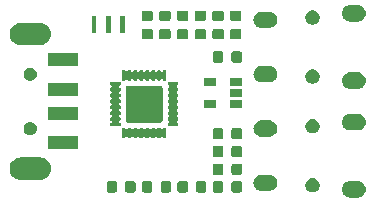
<source format=gts>
G04 #@! TF.GenerationSoftware,KiCad,Pcbnew,5.0.1-33cea8e~67~ubuntu18.04.1*
G04 #@! TF.CreationDate,2018-10-19T08:25:09+02:00*
G04 #@! TF.ProjectId,audio_interface,617564696F5F696E746572666163652E,rev?*
G04 #@! TF.SameCoordinates,Original*
G04 #@! TF.FileFunction,Soldermask,Top*
G04 #@! TF.FilePolarity,Negative*
%FSLAX46Y46*%
G04 Gerber Fmt 4.6, Leading zero omitted, Abs format (unit mm)*
G04 Created by KiCad (PCBNEW 5.0.1-33cea8e~67~ubuntu18.04.1) date Fr 19 Okt 2018 08:25:09 CEST*
%MOMM*%
%LPD*%
G01*
G04 APERTURE LIST*
%ADD10C,0.100000*%
G04 APERTURE END LIST*
D10*
G36*
X180937224Y-125010128D02*
X181069175Y-125050155D01*
X181190781Y-125115155D01*
X181297370Y-125202630D01*
X181384845Y-125309219D01*
X181449845Y-125430825D01*
X181489872Y-125562776D01*
X181503387Y-125700000D01*
X181489872Y-125837224D01*
X181449845Y-125969175D01*
X181384845Y-126090781D01*
X181297370Y-126197370D01*
X181190781Y-126284845D01*
X181069175Y-126349845D01*
X180937224Y-126389872D01*
X180834390Y-126400000D01*
X180165610Y-126400000D01*
X180062776Y-126389872D01*
X179930825Y-126349845D01*
X179809219Y-126284845D01*
X179702630Y-126197370D01*
X179615155Y-126090781D01*
X179550155Y-125969175D01*
X179510128Y-125837224D01*
X179496613Y-125700000D01*
X179510128Y-125562776D01*
X179550155Y-125430825D01*
X179615155Y-125309219D01*
X179702630Y-125202630D01*
X179809219Y-125115155D01*
X179930825Y-125050155D01*
X180062776Y-125010128D01*
X180165610Y-125000000D01*
X180834390Y-125000000D01*
X180937224Y-125010128D01*
X180937224Y-125010128D01*
G37*
G36*
X170887116Y-125028595D02*
X170916313Y-125037452D01*
X170943218Y-125051833D01*
X170966808Y-125071192D01*
X170986167Y-125094782D01*
X171000548Y-125121687D01*
X171009405Y-125150884D01*
X171013000Y-125187390D01*
X171013000Y-125812610D01*
X171009405Y-125849116D01*
X171000548Y-125878313D01*
X170986167Y-125905218D01*
X170966808Y-125928808D01*
X170943218Y-125948167D01*
X170916313Y-125962548D01*
X170887116Y-125971405D01*
X170850610Y-125975000D01*
X170300390Y-125975000D01*
X170263884Y-125971405D01*
X170234687Y-125962548D01*
X170207782Y-125948167D01*
X170184192Y-125928808D01*
X170164833Y-125905218D01*
X170150452Y-125878313D01*
X170141595Y-125849116D01*
X170138000Y-125812610D01*
X170138000Y-125187390D01*
X170141595Y-125150884D01*
X170150452Y-125121687D01*
X170164833Y-125094782D01*
X170184192Y-125071192D01*
X170207782Y-125051833D01*
X170234687Y-125037452D01*
X170263884Y-125028595D01*
X170300390Y-125025000D01*
X170850610Y-125025000D01*
X170887116Y-125028595D01*
X170887116Y-125028595D01*
G37*
G36*
X161887116Y-125028595D02*
X161916313Y-125037452D01*
X161943218Y-125051833D01*
X161966808Y-125071192D01*
X161986167Y-125094782D01*
X162000548Y-125121687D01*
X162009405Y-125150884D01*
X162013000Y-125187390D01*
X162013000Y-125812610D01*
X162009405Y-125849116D01*
X162000548Y-125878313D01*
X161986167Y-125905218D01*
X161966808Y-125928808D01*
X161943218Y-125948167D01*
X161916313Y-125962548D01*
X161887116Y-125971405D01*
X161850610Y-125975000D01*
X161300390Y-125975000D01*
X161263884Y-125971405D01*
X161234687Y-125962548D01*
X161207782Y-125948167D01*
X161184192Y-125928808D01*
X161164833Y-125905218D01*
X161150452Y-125878313D01*
X161141595Y-125849116D01*
X161138000Y-125812610D01*
X161138000Y-125187390D01*
X161141595Y-125150884D01*
X161150452Y-125121687D01*
X161164833Y-125094782D01*
X161184192Y-125071192D01*
X161207782Y-125051833D01*
X161234687Y-125037452D01*
X161263884Y-125028595D01*
X161300390Y-125025000D01*
X161850610Y-125025000D01*
X161887116Y-125028595D01*
X161887116Y-125028595D01*
G37*
G36*
X160312116Y-125028595D02*
X160341313Y-125037452D01*
X160368218Y-125051833D01*
X160391808Y-125071192D01*
X160411167Y-125094782D01*
X160425548Y-125121687D01*
X160434405Y-125150884D01*
X160438000Y-125187390D01*
X160438000Y-125812610D01*
X160434405Y-125849116D01*
X160425548Y-125878313D01*
X160411167Y-125905218D01*
X160391808Y-125928808D01*
X160368218Y-125948167D01*
X160341313Y-125962548D01*
X160312116Y-125971405D01*
X160275610Y-125975000D01*
X159725390Y-125975000D01*
X159688884Y-125971405D01*
X159659687Y-125962548D01*
X159632782Y-125948167D01*
X159609192Y-125928808D01*
X159589833Y-125905218D01*
X159575452Y-125878313D01*
X159566595Y-125849116D01*
X159563000Y-125812610D01*
X159563000Y-125187390D01*
X159566595Y-125150884D01*
X159575452Y-125121687D01*
X159589833Y-125094782D01*
X159609192Y-125071192D01*
X159632782Y-125051833D01*
X159659687Y-125037452D01*
X159688884Y-125028595D01*
X159725390Y-125025000D01*
X160275610Y-125025000D01*
X160312116Y-125028595D01*
X160312116Y-125028595D01*
G37*
G36*
X163312116Y-125028595D02*
X163341313Y-125037452D01*
X163368218Y-125051833D01*
X163391808Y-125071192D01*
X163411167Y-125094782D01*
X163425548Y-125121687D01*
X163434405Y-125150884D01*
X163438000Y-125187390D01*
X163438000Y-125812610D01*
X163434405Y-125849116D01*
X163425548Y-125878313D01*
X163411167Y-125905218D01*
X163391808Y-125928808D01*
X163368218Y-125948167D01*
X163341313Y-125962548D01*
X163312116Y-125971405D01*
X163275610Y-125975000D01*
X162725390Y-125975000D01*
X162688884Y-125971405D01*
X162659687Y-125962548D01*
X162632782Y-125948167D01*
X162609192Y-125928808D01*
X162589833Y-125905218D01*
X162575452Y-125878313D01*
X162566595Y-125849116D01*
X162563000Y-125812610D01*
X162563000Y-125187390D01*
X162566595Y-125150884D01*
X162575452Y-125121687D01*
X162589833Y-125094782D01*
X162609192Y-125071192D01*
X162632782Y-125051833D01*
X162659687Y-125037452D01*
X162688884Y-125028595D01*
X162725390Y-125025000D01*
X163275610Y-125025000D01*
X163312116Y-125028595D01*
X163312116Y-125028595D01*
G37*
G36*
X167887116Y-125028595D02*
X167916313Y-125037452D01*
X167943218Y-125051833D01*
X167966808Y-125071192D01*
X167986167Y-125094782D01*
X168000548Y-125121687D01*
X168009405Y-125150884D01*
X168013000Y-125187390D01*
X168013000Y-125812610D01*
X168009405Y-125849116D01*
X168000548Y-125878313D01*
X167986167Y-125905218D01*
X167966808Y-125928808D01*
X167943218Y-125948167D01*
X167916313Y-125962548D01*
X167887116Y-125971405D01*
X167850610Y-125975000D01*
X167300390Y-125975000D01*
X167263884Y-125971405D01*
X167234687Y-125962548D01*
X167207782Y-125948167D01*
X167184192Y-125928808D01*
X167164833Y-125905218D01*
X167150452Y-125878313D01*
X167141595Y-125849116D01*
X167138000Y-125812610D01*
X167138000Y-125187390D01*
X167141595Y-125150884D01*
X167150452Y-125121687D01*
X167164833Y-125094782D01*
X167184192Y-125071192D01*
X167207782Y-125051833D01*
X167234687Y-125037452D01*
X167263884Y-125028595D01*
X167300390Y-125025000D01*
X167850610Y-125025000D01*
X167887116Y-125028595D01*
X167887116Y-125028595D01*
G37*
G36*
X166312116Y-125028595D02*
X166341313Y-125037452D01*
X166368218Y-125051833D01*
X166391808Y-125071192D01*
X166411167Y-125094782D01*
X166425548Y-125121687D01*
X166434405Y-125150884D01*
X166438000Y-125187390D01*
X166438000Y-125812610D01*
X166434405Y-125849116D01*
X166425548Y-125878313D01*
X166411167Y-125905218D01*
X166391808Y-125928808D01*
X166368218Y-125948167D01*
X166341313Y-125962548D01*
X166312116Y-125971405D01*
X166275610Y-125975000D01*
X165725390Y-125975000D01*
X165688884Y-125971405D01*
X165659687Y-125962548D01*
X165632782Y-125948167D01*
X165609192Y-125928808D01*
X165589833Y-125905218D01*
X165575452Y-125878313D01*
X165566595Y-125849116D01*
X165563000Y-125812610D01*
X165563000Y-125187390D01*
X165566595Y-125150884D01*
X165575452Y-125121687D01*
X165589833Y-125094782D01*
X165609192Y-125071192D01*
X165632782Y-125051833D01*
X165659687Y-125037452D01*
X165688884Y-125028595D01*
X165725390Y-125025000D01*
X166275610Y-125025000D01*
X166312116Y-125028595D01*
X166312116Y-125028595D01*
G37*
G36*
X169312116Y-125028595D02*
X169341313Y-125037452D01*
X169368218Y-125051833D01*
X169391808Y-125071192D01*
X169411167Y-125094782D01*
X169425548Y-125121687D01*
X169434405Y-125150884D01*
X169438000Y-125187390D01*
X169438000Y-125812610D01*
X169434405Y-125849116D01*
X169425548Y-125878313D01*
X169411167Y-125905218D01*
X169391808Y-125928808D01*
X169368218Y-125948167D01*
X169341313Y-125962548D01*
X169312116Y-125971405D01*
X169275610Y-125975000D01*
X168725390Y-125975000D01*
X168688884Y-125971405D01*
X168659687Y-125962548D01*
X168632782Y-125948167D01*
X168609192Y-125928808D01*
X168589833Y-125905218D01*
X168575452Y-125878313D01*
X168566595Y-125849116D01*
X168563000Y-125812610D01*
X168563000Y-125187390D01*
X168566595Y-125150884D01*
X168575452Y-125121687D01*
X168589833Y-125094782D01*
X168609192Y-125071192D01*
X168632782Y-125051833D01*
X168659687Y-125037452D01*
X168688884Y-125028595D01*
X168725390Y-125025000D01*
X169275610Y-125025000D01*
X169312116Y-125028595D01*
X169312116Y-125028595D01*
G37*
G36*
X164887116Y-125028595D02*
X164916313Y-125037452D01*
X164943218Y-125051833D01*
X164966808Y-125071192D01*
X164986167Y-125094782D01*
X165000548Y-125121687D01*
X165009405Y-125150884D01*
X165013000Y-125187390D01*
X165013000Y-125812610D01*
X165009405Y-125849116D01*
X165000548Y-125878313D01*
X164986167Y-125905218D01*
X164966808Y-125928808D01*
X164943218Y-125948167D01*
X164916313Y-125962548D01*
X164887116Y-125971405D01*
X164850610Y-125975000D01*
X164300390Y-125975000D01*
X164263884Y-125971405D01*
X164234687Y-125962548D01*
X164207782Y-125948167D01*
X164184192Y-125928808D01*
X164164833Y-125905218D01*
X164150452Y-125878313D01*
X164141595Y-125849116D01*
X164138000Y-125812610D01*
X164138000Y-125187390D01*
X164141595Y-125150884D01*
X164150452Y-125121687D01*
X164164833Y-125094782D01*
X164184192Y-125071192D01*
X164207782Y-125051833D01*
X164234687Y-125037452D01*
X164263884Y-125028595D01*
X164300390Y-125025000D01*
X164850610Y-125025000D01*
X164887116Y-125028595D01*
X164887116Y-125028595D01*
G37*
G36*
X177175012Y-124773057D02*
X177284207Y-124818287D01*
X177382481Y-124883952D01*
X177466048Y-124967519D01*
X177531713Y-125065793D01*
X177576943Y-125174988D01*
X177600000Y-125290904D01*
X177600000Y-125409096D01*
X177576943Y-125525012D01*
X177531713Y-125634207D01*
X177466048Y-125732481D01*
X177382481Y-125816048D01*
X177284207Y-125881713D01*
X177175012Y-125926943D01*
X177059096Y-125950000D01*
X176940904Y-125950000D01*
X176824988Y-125926943D01*
X176715793Y-125881713D01*
X176617519Y-125816048D01*
X176533952Y-125732481D01*
X176468287Y-125634207D01*
X176423057Y-125525012D01*
X176400000Y-125409096D01*
X176400000Y-125290904D01*
X176423057Y-125174988D01*
X176468287Y-125065793D01*
X176533952Y-124967519D01*
X176617519Y-124883952D01*
X176715793Y-124818287D01*
X176824988Y-124773057D01*
X176940904Y-124750000D01*
X177059096Y-124750000D01*
X177175012Y-124773057D01*
X177175012Y-124773057D01*
G37*
G36*
X173437224Y-124460128D02*
X173569175Y-124500155D01*
X173690781Y-124565155D01*
X173797370Y-124652630D01*
X173884845Y-124759219D01*
X173949845Y-124880825D01*
X173989872Y-125012776D01*
X174003387Y-125150000D01*
X173989872Y-125287224D01*
X173949845Y-125419175D01*
X173884845Y-125540781D01*
X173797370Y-125647370D01*
X173690781Y-125734845D01*
X173569175Y-125799845D01*
X173437224Y-125839872D01*
X173334390Y-125850000D01*
X172665610Y-125850000D01*
X172562776Y-125839872D01*
X172430825Y-125799845D01*
X172309219Y-125734845D01*
X172202630Y-125647370D01*
X172115155Y-125540781D01*
X172050155Y-125419175D01*
X172010128Y-125287224D01*
X171996613Y-125150000D01*
X172010128Y-125012776D01*
X172050155Y-124880825D01*
X172115155Y-124759219D01*
X172202630Y-124652630D01*
X172309219Y-124565155D01*
X172430825Y-124500155D01*
X172562776Y-124460128D01*
X172665610Y-124450000D01*
X173334390Y-124450000D01*
X173437224Y-124460128D01*
X173437224Y-124460128D01*
G37*
G36*
X154086232Y-123013746D02*
X154175770Y-123040907D01*
X154265309Y-123068068D01*
X154430347Y-123156283D01*
X154575001Y-123274999D01*
X154693717Y-123419653D01*
X154781932Y-123584691D01*
X154781932Y-123584692D01*
X154830182Y-123743750D01*
X154836254Y-123763769D01*
X154854596Y-123950000D01*
X154836254Y-124136231D01*
X154781932Y-124315309D01*
X154693717Y-124480347D01*
X154575001Y-124625001D01*
X154430347Y-124743717D01*
X154265309Y-124831932D01*
X154175770Y-124859093D01*
X154086232Y-124886254D01*
X154016448Y-124893127D01*
X153946666Y-124900000D01*
X152253334Y-124900000D01*
X152183552Y-124893127D01*
X152113768Y-124886254D01*
X152024230Y-124859093D01*
X151934691Y-124831932D01*
X151769653Y-124743717D01*
X151624999Y-124625001D01*
X151506283Y-124480347D01*
X151418068Y-124315309D01*
X151363746Y-124136231D01*
X151345404Y-123950000D01*
X151363746Y-123763769D01*
X151369819Y-123743750D01*
X151418068Y-123584692D01*
X151418068Y-123584691D01*
X151506283Y-123419653D01*
X151624999Y-123274999D01*
X151769653Y-123156283D01*
X151934691Y-123068068D01*
X152024230Y-123040907D01*
X152113768Y-123013746D01*
X152253334Y-123000000D01*
X153946666Y-123000000D01*
X154086232Y-123013746D01*
X154086232Y-123013746D01*
G37*
G36*
X170887116Y-123528595D02*
X170916313Y-123537452D01*
X170943218Y-123551833D01*
X170966808Y-123571192D01*
X170986167Y-123594782D01*
X171000548Y-123621687D01*
X171009405Y-123650884D01*
X171013000Y-123687390D01*
X171013000Y-124312610D01*
X171009405Y-124349116D01*
X171000548Y-124378313D01*
X170986167Y-124405218D01*
X170966808Y-124428808D01*
X170943218Y-124448167D01*
X170916313Y-124462548D01*
X170887116Y-124471405D01*
X170850610Y-124475000D01*
X170300390Y-124475000D01*
X170263884Y-124471405D01*
X170234687Y-124462548D01*
X170207782Y-124448167D01*
X170184192Y-124428808D01*
X170164833Y-124405218D01*
X170150452Y-124378313D01*
X170141595Y-124349116D01*
X170138000Y-124312610D01*
X170138000Y-123687390D01*
X170141595Y-123650884D01*
X170150452Y-123621687D01*
X170164833Y-123594782D01*
X170184192Y-123571192D01*
X170207782Y-123551833D01*
X170234687Y-123537452D01*
X170263884Y-123528595D01*
X170300390Y-123525000D01*
X170850610Y-123525000D01*
X170887116Y-123528595D01*
X170887116Y-123528595D01*
G37*
G36*
X169312116Y-123528595D02*
X169341313Y-123537452D01*
X169368218Y-123551833D01*
X169391808Y-123571192D01*
X169411167Y-123594782D01*
X169425548Y-123621687D01*
X169434405Y-123650884D01*
X169438000Y-123687390D01*
X169438000Y-124312610D01*
X169434405Y-124349116D01*
X169425548Y-124378313D01*
X169411167Y-124405218D01*
X169391808Y-124428808D01*
X169368218Y-124448167D01*
X169341313Y-124462548D01*
X169312116Y-124471405D01*
X169275610Y-124475000D01*
X168725390Y-124475000D01*
X168688884Y-124471405D01*
X168659687Y-124462548D01*
X168632782Y-124448167D01*
X168609192Y-124428808D01*
X168589833Y-124405218D01*
X168575452Y-124378313D01*
X168566595Y-124349116D01*
X168563000Y-124312610D01*
X168563000Y-123687390D01*
X168566595Y-123650884D01*
X168575452Y-123621687D01*
X168589833Y-123594782D01*
X168609192Y-123571192D01*
X168632782Y-123551833D01*
X168659687Y-123537452D01*
X168688884Y-123528595D01*
X168725390Y-123525000D01*
X169275610Y-123525000D01*
X169312116Y-123528595D01*
X169312116Y-123528595D01*
G37*
G36*
X169312116Y-122028595D02*
X169341313Y-122037452D01*
X169368218Y-122051833D01*
X169391808Y-122071192D01*
X169411167Y-122094782D01*
X169425548Y-122121687D01*
X169434405Y-122150884D01*
X169438000Y-122187390D01*
X169438000Y-122812610D01*
X169434405Y-122849116D01*
X169425548Y-122878313D01*
X169411167Y-122905218D01*
X169391808Y-122928808D01*
X169368218Y-122948167D01*
X169341313Y-122962548D01*
X169312116Y-122971405D01*
X169275610Y-122975000D01*
X168725390Y-122975000D01*
X168688884Y-122971405D01*
X168659687Y-122962548D01*
X168632782Y-122948167D01*
X168609192Y-122928808D01*
X168589833Y-122905218D01*
X168575452Y-122878313D01*
X168566595Y-122849116D01*
X168563000Y-122812610D01*
X168563000Y-122187390D01*
X168566595Y-122150884D01*
X168575452Y-122121687D01*
X168589833Y-122094782D01*
X168609192Y-122071192D01*
X168632782Y-122051833D01*
X168659687Y-122037452D01*
X168688884Y-122028595D01*
X168725390Y-122025000D01*
X169275610Y-122025000D01*
X169312116Y-122028595D01*
X169312116Y-122028595D01*
G37*
G36*
X170887116Y-122028595D02*
X170916313Y-122037452D01*
X170943218Y-122051833D01*
X170966808Y-122071192D01*
X170986167Y-122094782D01*
X171000548Y-122121687D01*
X171009405Y-122150884D01*
X171013000Y-122187390D01*
X171013000Y-122812610D01*
X171009405Y-122849116D01*
X171000548Y-122878313D01*
X170986167Y-122905218D01*
X170966808Y-122928808D01*
X170943218Y-122948167D01*
X170916313Y-122962548D01*
X170887116Y-122971405D01*
X170850610Y-122975000D01*
X170300390Y-122975000D01*
X170263884Y-122971405D01*
X170234687Y-122962548D01*
X170207782Y-122948167D01*
X170184192Y-122928808D01*
X170164833Y-122905218D01*
X170150452Y-122878313D01*
X170141595Y-122849116D01*
X170138000Y-122812610D01*
X170138000Y-122187390D01*
X170141595Y-122150884D01*
X170150452Y-122121687D01*
X170164833Y-122094782D01*
X170184192Y-122071192D01*
X170207782Y-122051833D01*
X170234687Y-122037452D01*
X170263884Y-122028595D01*
X170300390Y-122025000D01*
X170850610Y-122025000D01*
X170887116Y-122028595D01*
X170887116Y-122028595D01*
G37*
G36*
X157100000Y-122300000D02*
X154600000Y-122300000D01*
X154600000Y-121200000D01*
X157100000Y-121200000D01*
X157100000Y-122300000D01*
X157100000Y-122300000D01*
G37*
G36*
X169312116Y-120528595D02*
X169341313Y-120537452D01*
X169368218Y-120551833D01*
X169391808Y-120571192D01*
X169411167Y-120594782D01*
X169425548Y-120621687D01*
X169434405Y-120650884D01*
X169438000Y-120687390D01*
X169438000Y-121312610D01*
X169434405Y-121349116D01*
X169425548Y-121378313D01*
X169411167Y-121405218D01*
X169391808Y-121428808D01*
X169368218Y-121448167D01*
X169341313Y-121462548D01*
X169312116Y-121471405D01*
X169275610Y-121475000D01*
X168725390Y-121475000D01*
X168688884Y-121471405D01*
X168659687Y-121462548D01*
X168632782Y-121448167D01*
X168609192Y-121428808D01*
X168589833Y-121405218D01*
X168575452Y-121378313D01*
X168566595Y-121349116D01*
X168563000Y-121312610D01*
X168563000Y-120687390D01*
X168566595Y-120650884D01*
X168575452Y-120621687D01*
X168589833Y-120594782D01*
X168609192Y-120571192D01*
X168632782Y-120551833D01*
X168659687Y-120537452D01*
X168688884Y-120528595D01*
X168725390Y-120525000D01*
X169275610Y-120525000D01*
X169312116Y-120528595D01*
X169312116Y-120528595D01*
G37*
G36*
X170887116Y-120528595D02*
X170916313Y-120537452D01*
X170943218Y-120551833D01*
X170966808Y-120571192D01*
X170986167Y-120594782D01*
X171000548Y-120621687D01*
X171009405Y-120650884D01*
X171013000Y-120687390D01*
X171013000Y-121312610D01*
X171009405Y-121349116D01*
X171000548Y-121378313D01*
X170986167Y-121405218D01*
X170966808Y-121428808D01*
X170943218Y-121448167D01*
X170916313Y-121462548D01*
X170887116Y-121471405D01*
X170850610Y-121475000D01*
X170300390Y-121475000D01*
X170263884Y-121471405D01*
X170234687Y-121462548D01*
X170207782Y-121448167D01*
X170184192Y-121428808D01*
X170164833Y-121405218D01*
X170150452Y-121378313D01*
X170141595Y-121349116D01*
X170138000Y-121312610D01*
X170138000Y-120687390D01*
X170141595Y-120650884D01*
X170150452Y-120621687D01*
X170164833Y-120594782D01*
X170184192Y-120571192D01*
X170207782Y-120551833D01*
X170234687Y-120537452D01*
X170263884Y-120528595D01*
X170300390Y-120525000D01*
X170850610Y-120525000D01*
X170887116Y-120528595D01*
X170887116Y-120528595D01*
G37*
G36*
X161124449Y-120500551D02*
X161125602Y-120512253D01*
X161130383Y-120536287D01*
X161139760Y-120558925D01*
X161153374Y-120579300D01*
X161170702Y-120596627D01*
X161191076Y-120610241D01*
X161213715Y-120619618D01*
X161237749Y-120624398D01*
X161262253Y-120624398D01*
X161286287Y-120619617D01*
X161308925Y-120610240D01*
X161329300Y-120596626D01*
X161346627Y-120579298D01*
X161360241Y-120558924D01*
X161369618Y-120536285D01*
X161374398Y-120512253D01*
X161375551Y-120500551D01*
X161381141Y-120500000D01*
X161618859Y-120500000D01*
X161624449Y-120500551D01*
X161625602Y-120512253D01*
X161630383Y-120536287D01*
X161639760Y-120558925D01*
X161653374Y-120579300D01*
X161670702Y-120596627D01*
X161691076Y-120610241D01*
X161713715Y-120619618D01*
X161737749Y-120624398D01*
X161762253Y-120624398D01*
X161786287Y-120619617D01*
X161808925Y-120610240D01*
X161829300Y-120596626D01*
X161846627Y-120579298D01*
X161860241Y-120558924D01*
X161869618Y-120536285D01*
X161874398Y-120512253D01*
X161875551Y-120500551D01*
X161881141Y-120500000D01*
X162118859Y-120500000D01*
X162124449Y-120500551D01*
X162125602Y-120512253D01*
X162130383Y-120536287D01*
X162139760Y-120558925D01*
X162153374Y-120579300D01*
X162170702Y-120596627D01*
X162191076Y-120610241D01*
X162213715Y-120619618D01*
X162237749Y-120624398D01*
X162262253Y-120624398D01*
X162286287Y-120619617D01*
X162308925Y-120610240D01*
X162329300Y-120596626D01*
X162346627Y-120579298D01*
X162360241Y-120558924D01*
X162369618Y-120536285D01*
X162374398Y-120512253D01*
X162375551Y-120500551D01*
X162381141Y-120500000D01*
X162618859Y-120500000D01*
X162624449Y-120500551D01*
X162625602Y-120512253D01*
X162630383Y-120536287D01*
X162639760Y-120558925D01*
X162653374Y-120579300D01*
X162670702Y-120596627D01*
X162691076Y-120610241D01*
X162713715Y-120619618D01*
X162737749Y-120624398D01*
X162762253Y-120624398D01*
X162786287Y-120619617D01*
X162808925Y-120610240D01*
X162829300Y-120596626D01*
X162846627Y-120579298D01*
X162860241Y-120558924D01*
X162869618Y-120536285D01*
X162874398Y-120512253D01*
X162875551Y-120500551D01*
X162881141Y-120500000D01*
X163118859Y-120500000D01*
X163124449Y-120500551D01*
X163125602Y-120512253D01*
X163130383Y-120536287D01*
X163139760Y-120558925D01*
X163153374Y-120579300D01*
X163170702Y-120596627D01*
X163191076Y-120610241D01*
X163213715Y-120619618D01*
X163237749Y-120624398D01*
X163262253Y-120624398D01*
X163286287Y-120619617D01*
X163308925Y-120610240D01*
X163329300Y-120596626D01*
X163346627Y-120579298D01*
X163360241Y-120558924D01*
X163369618Y-120536285D01*
X163374398Y-120512253D01*
X163375551Y-120500551D01*
X163381141Y-120500000D01*
X163618859Y-120500000D01*
X163624449Y-120500551D01*
X163625602Y-120512253D01*
X163630383Y-120536287D01*
X163639760Y-120558925D01*
X163653374Y-120579300D01*
X163670702Y-120596627D01*
X163691076Y-120610241D01*
X163713715Y-120619618D01*
X163737749Y-120624398D01*
X163762253Y-120624398D01*
X163786287Y-120619617D01*
X163808925Y-120610240D01*
X163829300Y-120596626D01*
X163846627Y-120579298D01*
X163860241Y-120558924D01*
X163869618Y-120536285D01*
X163874398Y-120512253D01*
X163875551Y-120500551D01*
X163881141Y-120500000D01*
X164118859Y-120500000D01*
X164124449Y-120500551D01*
X164125602Y-120512253D01*
X164130383Y-120536287D01*
X164139760Y-120558925D01*
X164153374Y-120579300D01*
X164170702Y-120596627D01*
X164191076Y-120610241D01*
X164213715Y-120619618D01*
X164237749Y-120624398D01*
X164262253Y-120624398D01*
X164286287Y-120619617D01*
X164308925Y-120610240D01*
X164329300Y-120596626D01*
X164346627Y-120579298D01*
X164360241Y-120558924D01*
X164369618Y-120536285D01*
X164374398Y-120512253D01*
X164375551Y-120500551D01*
X164381141Y-120500000D01*
X164625000Y-120500000D01*
X164625000Y-121368859D01*
X164624449Y-121374449D01*
X164618859Y-121375000D01*
X164381141Y-121375000D01*
X164375551Y-121374449D01*
X164374398Y-121362747D01*
X164369617Y-121338713D01*
X164360240Y-121316075D01*
X164346626Y-121295700D01*
X164329298Y-121278373D01*
X164308924Y-121264759D01*
X164286285Y-121255382D01*
X164262251Y-121250602D01*
X164237747Y-121250602D01*
X164213713Y-121255383D01*
X164191075Y-121264760D01*
X164170700Y-121278374D01*
X164153373Y-121295702D01*
X164139759Y-121316076D01*
X164130382Y-121338715D01*
X164125602Y-121362747D01*
X164124449Y-121374449D01*
X164118859Y-121375000D01*
X163881141Y-121375000D01*
X163875551Y-121374449D01*
X163874398Y-121362747D01*
X163869617Y-121338713D01*
X163860240Y-121316075D01*
X163846626Y-121295700D01*
X163829298Y-121278373D01*
X163808924Y-121264759D01*
X163786285Y-121255382D01*
X163762251Y-121250602D01*
X163737747Y-121250602D01*
X163713713Y-121255383D01*
X163691075Y-121264760D01*
X163670700Y-121278374D01*
X163653373Y-121295702D01*
X163639759Y-121316076D01*
X163630382Y-121338715D01*
X163625602Y-121362747D01*
X163624449Y-121374449D01*
X163618859Y-121375000D01*
X163381141Y-121375000D01*
X163375551Y-121374449D01*
X163374398Y-121362747D01*
X163369617Y-121338713D01*
X163360240Y-121316075D01*
X163346626Y-121295700D01*
X163329298Y-121278373D01*
X163308924Y-121264759D01*
X163286285Y-121255382D01*
X163262251Y-121250602D01*
X163237747Y-121250602D01*
X163213713Y-121255383D01*
X163191075Y-121264760D01*
X163170700Y-121278374D01*
X163153373Y-121295702D01*
X163139759Y-121316076D01*
X163130382Y-121338715D01*
X163125602Y-121362747D01*
X163124449Y-121374449D01*
X163118859Y-121375000D01*
X162881141Y-121375000D01*
X162875551Y-121374449D01*
X162874398Y-121362747D01*
X162869617Y-121338713D01*
X162860240Y-121316075D01*
X162846626Y-121295700D01*
X162829298Y-121278373D01*
X162808924Y-121264759D01*
X162786285Y-121255382D01*
X162762251Y-121250602D01*
X162737747Y-121250602D01*
X162713713Y-121255383D01*
X162691075Y-121264760D01*
X162670700Y-121278374D01*
X162653373Y-121295702D01*
X162639759Y-121316076D01*
X162630382Y-121338715D01*
X162625602Y-121362747D01*
X162624449Y-121374449D01*
X162618859Y-121375000D01*
X162381141Y-121375000D01*
X162375551Y-121374449D01*
X162374398Y-121362747D01*
X162369617Y-121338713D01*
X162360240Y-121316075D01*
X162346626Y-121295700D01*
X162329298Y-121278373D01*
X162308924Y-121264759D01*
X162286285Y-121255382D01*
X162262251Y-121250602D01*
X162237747Y-121250602D01*
X162213713Y-121255383D01*
X162191075Y-121264760D01*
X162170700Y-121278374D01*
X162153373Y-121295702D01*
X162139759Y-121316076D01*
X162130382Y-121338715D01*
X162125602Y-121362747D01*
X162124449Y-121374449D01*
X162118859Y-121375000D01*
X161881141Y-121375000D01*
X161875551Y-121374449D01*
X161874398Y-121362747D01*
X161869617Y-121338713D01*
X161860240Y-121316075D01*
X161846626Y-121295700D01*
X161829298Y-121278373D01*
X161808924Y-121264759D01*
X161786285Y-121255382D01*
X161762251Y-121250602D01*
X161737747Y-121250602D01*
X161713713Y-121255383D01*
X161691075Y-121264760D01*
X161670700Y-121278374D01*
X161653373Y-121295702D01*
X161639759Y-121316076D01*
X161630382Y-121338715D01*
X161625602Y-121362747D01*
X161624449Y-121374449D01*
X161618859Y-121375000D01*
X161381141Y-121375000D01*
X161375551Y-121374449D01*
X161374398Y-121362747D01*
X161369617Y-121338713D01*
X161360240Y-121316075D01*
X161346626Y-121295700D01*
X161329298Y-121278373D01*
X161308924Y-121264759D01*
X161286285Y-121255382D01*
X161262251Y-121250602D01*
X161237747Y-121250602D01*
X161213713Y-121255383D01*
X161191075Y-121264760D01*
X161170700Y-121278374D01*
X161153373Y-121295702D01*
X161139759Y-121316076D01*
X161130382Y-121338715D01*
X161125602Y-121362747D01*
X161124449Y-121374449D01*
X161118859Y-121375000D01*
X160881141Y-121375000D01*
X160875551Y-121374449D01*
X160875000Y-121368859D01*
X160875000Y-120500000D01*
X161118859Y-120500000D01*
X161124449Y-120500551D01*
X161124449Y-120500551D01*
G37*
G36*
X173437224Y-119860128D02*
X173569175Y-119900155D01*
X173690781Y-119965155D01*
X173797370Y-120052630D01*
X173884845Y-120159219D01*
X173949845Y-120280825D01*
X173989872Y-120412776D01*
X174003387Y-120550000D01*
X173989872Y-120687224D01*
X173949845Y-120819175D01*
X173884845Y-120940781D01*
X173797370Y-121047370D01*
X173690781Y-121134845D01*
X173569175Y-121199845D01*
X173437224Y-121239872D01*
X173334390Y-121250000D01*
X172665610Y-121250000D01*
X172562776Y-121239872D01*
X172430825Y-121199845D01*
X172309219Y-121134845D01*
X172202630Y-121047370D01*
X172115155Y-120940781D01*
X172050155Y-120819175D01*
X172010128Y-120687224D01*
X171996613Y-120550000D01*
X172010128Y-120412776D01*
X172050155Y-120280825D01*
X172115155Y-120159219D01*
X172202630Y-120052630D01*
X172309219Y-119965155D01*
X172430825Y-119900155D01*
X172562776Y-119860128D01*
X172665610Y-119850000D01*
X173334390Y-119850000D01*
X173437224Y-119860128D01*
X173437224Y-119860128D01*
G37*
G36*
X153187889Y-120006707D02*
X153260429Y-120021136D01*
X153336463Y-120052631D01*
X153360523Y-120062597D01*
X153450607Y-120122789D01*
X153527211Y-120199393D01*
X153527213Y-120199396D01*
X153587403Y-120289477D01*
X153628864Y-120389571D01*
X153633480Y-120412778D01*
X153650000Y-120495829D01*
X153650000Y-120604171D01*
X153644025Y-120634207D01*
X153628864Y-120710429D01*
X153587403Y-120810523D01*
X153527211Y-120900607D01*
X153450607Y-120977211D01*
X153450604Y-120977213D01*
X153360523Y-121037403D01*
X153260429Y-121078864D01*
X153189590Y-121092955D01*
X153154171Y-121100000D01*
X153045829Y-121100000D01*
X153010410Y-121092955D01*
X152939571Y-121078864D01*
X152839477Y-121037403D01*
X152749396Y-120977213D01*
X152749393Y-120977211D01*
X152672789Y-120900607D01*
X152612597Y-120810523D01*
X152571136Y-120710429D01*
X152555975Y-120634207D01*
X152550000Y-120604171D01*
X152550000Y-120495829D01*
X152566520Y-120412778D01*
X152571136Y-120389571D01*
X152612597Y-120289477D01*
X152672787Y-120199396D01*
X152672789Y-120199393D01*
X152749393Y-120122789D01*
X152839477Y-120062597D01*
X152863537Y-120052631D01*
X152939571Y-120021136D01*
X153012111Y-120006707D01*
X153045829Y-120000000D01*
X153154171Y-120000000D01*
X153187889Y-120006707D01*
X153187889Y-120006707D01*
G37*
G36*
X177175012Y-119773057D02*
X177284207Y-119818287D01*
X177382481Y-119883952D01*
X177466048Y-119967519D01*
X177531713Y-120065793D01*
X177576943Y-120174988D01*
X177600000Y-120290904D01*
X177600000Y-120409096D01*
X177576943Y-120525012D01*
X177531713Y-120634207D01*
X177466048Y-120732481D01*
X177382481Y-120816048D01*
X177284207Y-120881713D01*
X177175012Y-120926943D01*
X177059096Y-120950000D01*
X176940904Y-120950000D01*
X176824988Y-120926943D01*
X176715793Y-120881713D01*
X176617519Y-120816048D01*
X176533952Y-120732481D01*
X176468287Y-120634207D01*
X176423057Y-120525012D01*
X176400000Y-120409096D01*
X176400000Y-120290904D01*
X176423057Y-120174988D01*
X176468287Y-120065793D01*
X176533952Y-119967519D01*
X176617519Y-119883952D01*
X176715793Y-119818287D01*
X176824988Y-119773057D01*
X176940904Y-119750000D01*
X177059096Y-119750000D01*
X177175012Y-119773057D01*
X177175012Y-119773057D01*
G37*
G36*
X180937224Y-119310128D02*
X181069175Y-119350155D01*
X181190781Y-119415155D01*
X181297370Y-119502630D01*
X181384845Y-119609219D01*
X181449845Y-119730825D01*
X181489872Y-119862776D01*
X181503387Y-120000000D01*
X181489872Y-120137224D01*
X181449845Y-120269175D01*
X181384845Y-120390781D01*
X181297370Y-120497370D01*
X181190781Y-120584845D01*
X181069175Y-120649845D01*
X180937224Y-120689872D01*
X180834390Y-120700000D01*
X180165610Y-120700000D01*
X180062776Y-120689872D01*
X179930825Y-120649845D01*
X179809219Y-120584845D01*
X179702630Y-120497370D01*
X179615155Y-120390781D01*
X179550155Y-120269175D01*
X179510128Y-120137224D01*
X179496613Y-120000000D01*
X179510128Y-119862776D01*
X179550155Y-119730825D01*
X179615155Y-119609219D01*
X179702630Y-119502630D01*
X179809219Y-119415155D01*
X179930825Y-119350155D01*
X180062776Y-119310128D01*
X180165610Y-119300000D01*
X180834390Y-119300000D01*
X180937224Y-119310128D01*
X180937224Y-119310128D01*
G37*
G36*
X165624449Y-116625551D02*
X165625000Y-116631141D01*
X165625000Y-116868859D01*
X165624449Y-116874449D01*
X165612747Y-116875602D01*
X165588713Y-116880383D01*
X165566075Y-116889760D01*
X165545700Y-116903374D01*
X165528373Y-116920702D01*
X165514759Y-116941076D01*
X165505382Y-116963715D01*
X165500602Y-116987749D01*
X165500602Y-117012253D01*
X165505383Y-117036287D01*
X165514760Y-117058925D01*
X165528374Y-117079300D01*
X165545702Y-117096627D01*
X165566076Y-117110241D01*
X165588715Y-117119618D01*
X165612747Y-117124398D01*
X165624449Y-117125551D01*
X165625000Y-117131141D01*
X165625000Y-117368859D01*
X165624449Y-117374449D01*
X165612747Y-117375602D01*
X165588713Y-117380383D01*
X165566075Y-117389760D01*
X165545700Y-117403374D01*
X165528373Y-117420702D01*
X165514759Y-117441076D01*
X165505382Y-117463715D01*
X165500602Y-117487749D01*
X165500602Y-117512253D01*
X165505383Y-117536287D01*
X165514760Y-117558925D01*
X165528374Y-117579300D01*
X165545702Y-117596627D01*
X165566076Y-117610241D01*
X165588715Y-117619618D01*
X165612747Y-117624398D01*
X165624449Y-117625551D01*
X165625000Y-117631141D01*
X165625000Y-117868859D01*
X165624449Y-117874449D01*
X165612747Y-117875602D01*
X165588713Y-117880383D01*
X165566075Y-117889760D01*
X165545700Y-117903374D01*
X165528373Y-117920702D01*
X165514759Y-117941076D01*
X165505382Y-117963715D01*
X165500602Y-117987749D01*
X165500602Y-118012253D01*
X165505383Y-118036287D01*
X165514760Y-118058925D01*
X165528374Y-118079300D01*
X165545702Y-118096627D01*
X165566076Y-118110241D01*
X165588715Y-118119618D01*
X165612747Y-118124398D01*
X165624449Y-118125551D01*
X165625000Y-118131141D01*
X165625000Y-118368859D01*
X165624449Y-118374449D01*
X165612747Y-118375602D01*
X165588713Y-118380383D01*
X165566075Y-118389760D01*
X165545700Y-118403374D01*
X165528373Y-118420702D01*
X165514759Y-118441076D01*
X165505382Y-118463715D01*
X165500602Y-118487749D01*
X165500602Y-118512253D01*
X165505383Y-118536287D01*
X165514760Y-118558925D01*
X165528374Y-118579300D01*
X165545702Y-118596627D01*
X165566076Y-118610241D01*
X165588715Y-118619618D01*
X165612747Y-118624398D01*
X165624449Y-118625551D01*
X165625000Y-118631141D01*
X165625000Y-118868859D01*
X165624449Y-118874449D01*
X165612747Y-118875602D01*
X165588713Y-118880383D01*
X165566075Y-118889760D01*
X165545700Y-118903374D01*
X165528373Y-118920702D01*
X165514759Y-118941076D01*
X165505382Y-118963715D01*
X165500602Y-118987749D01*
X165500602Y-119012253D01*
X165505383Y-119036287D01*
X165514760Y-119058925D01*
X165528374Y-119079300D01*
X165545702Y-119096627D01*
X165566076Y-119110241D01*
X165588715Y-119119618D01*
X165612747Y-119124398D01*
X165624449Y-119125551D01*
X165625000Y-119131141D01*
X165625000Y-119368859D01*
X165624449Y-119374449D01*
X165612747Y-119375602D01*
X165588713Y-119380383D01*
X165566075Y-119389760D01*
X165545700Y-119403374D01*
X165528373Y-119420702D01*
X165514759Y-119441076D01*
X165505382Y-119463715D01*
X165500602Y-119487749D01*
X165500602Y-119512253D01*
X165505383Y-119536287D01*
X165514760Y-119558925D01*
X165528374Y-119579300D01*
X165545702Y-119596627D01*
X165566076Y-119610241D01*
X165588715Y-119619618D01*
X165612747Y-119624398D01*
X165624449Y-119625551D01*
X165625000Y-119631141D01*
X165625000Y-119868859D01*
X165624449Y-119874449D01*
X165612747Y-119875602D01*
X165588713Y-119880383D01*
X165566075Y-119889760D01*
X165545700Y-119903374D01*
X165528373Y-119920702D01*
X165514759Y-119941076D01*
X165505382Y-119963715D01*
X165500602Y-119987749D01*
X165500602Y-120012253D01*
X165505383Y-120036287D01*
X165514760Y-120058925D01*
X165528374Y-120079300D01*
X165545702Y-120096627D01*
X165566076Y-120110241D01*
X165588715Y-120119618D01*
X165612747Y-120124398D01*
X165624449Y-120125551D01*
X165625000Y-120131141D01*
X165625000Y-120368859D01*
X165624449Y-120374449D01*
X165618859Y-120375000D01*
X164750000Y-120375000D01*
X164750000Y-120131141D01*
X164750551Y-120125551D01*
X164762253Y-120124398D01*
X164786287Y-120119617D01*
X164808925Y-120110240D01*
X164829300Y-120096626D01*
X164846627Y-120079298D01*
X164860241Y-120058924D01*
X164869618Y-120036285D01*
X164874398Y-120012251D01*
X164874398Y-119987747D01*
X164869617Y-119963713D01*
X164860240Y-119941075D01*
X164846626Y-119920700D01*
X164829298Y-119903373D01*
X164808924Y-119889759D01*
X164786285Y-119880382D01*
X164762253Y-119875602D01*
X164750551Y-119874449D01*
X164750000Y-119868859D01*
X164750000Y-119631141D01*
X164750551Y-119625551D01*
X164762253Y-119624398D01*
X164786287Y-119619617D01*
X164808925Y-119610240D01*
X164829300Y-119596626D01*
X164846627Y-119579298D01*
X164860241Y-119558924D01*
X164869618Y-119536285D01*
X164874398Y-119512251D01*
X164874398Y-119487747D01*
X164869617Y-119463713D01*
X164860240Y-119441075D01*
X164846626Y-119420700D01*
X164829298Y-119403373D01*
X164808924Y-119389759D01*
X164786285Y-119380382D01*
X164762253Y-119375602D01*
X164750551Y-119374449D01*
X164750000Y-119368859D01*
X164750000Y-119131141D01*
X164750551Y-119125551D01*
X164762253Y-119124398D01*
X164786287Y-119119617D01*
X164808925Y-119110240D01*
X164829300Y-119096626D01*
X164846627Y-119079298D01*
X164860241Y-119058924D01*
X164869618Y-119036285D01*
X164874398Y-119012251D01*
X164874398Y-118987747D01*
X164869617Y-118963713D01*
X164860240Y-118941075D01*
X164846626Y-118920700D01*
X164829298Y-118903373D01*
X164808924Y-118889759D01*
X164786285Y-118880382D01*
X164762253Y-118875602D01*
X164750551Y-118874449D01*
X164750000Y-118868859D01*
X164750000Y-118631141D01*
X164750551Y-118625551D01*
X164762253Y-118624398D01*
X164786287Y-118619617D01*
X164808925Y-118610240D01*
X164829300Y-118596626D01*
X164846627Y-118579298D01*
X164860241Y-118558924D01*
X164869618Y-118536285D01*
X164874398Y-118512251D01*
X164874398Y-118487747D01*
X164869617Y-118463713D01*
X164860240Y-118441075D01*
X164846626Y-118420700D01*
X164829298Y-118403373D01*
X164808924Y-118389759D01*
X164786285Y-118380382D01*
X164762253Y-118375602D01*
X164750551Y-118374449D01*
X164750000Y-118368859D01*
X164750000Y-118131141D01*
X164750551Y-118125551D01*
X164762253Y-118124398D01*
X164786287Y-118119617D01*
X164808925Y-118110240D01*
X164829300Y-118096626D01*
X164846627Y-118079298D01*
X164860241Y-118058924D01*
X164869618Y-118036285D01*
X164874398Y-118012251D01*
X164874398Y-117987747D01*
X164869617Y-117963713D01*
X164860240Y-117941075D01*
X164846626Y-117920700D01*
X164829298Y-117903373D01*
X164808924Y-117889759D01*
X164786285Y-117880382D01*
X164762253Y-117875602D01*
X164750551Y-117874449D01*
X164750000Y-117868859D01*
X164750000Y-117631141D01*
X164750551Y-117625551D01*
X164762253Y-117624398D01*
X164786287Y-117619617D01*
X164808925Y-117610240D01*
X164829300Y-117596626D01*
X164846627Y-117579298D01*
X164860241Y-117558924D01*
X164869618Y-117536285D01*
X164874398Y-117512251D01*
X164874398Y-117487747D01*
X164869617Y-117463713D01*
X164860240Y-117441075D01*
X164846626Y-117420700D01*
X164829298Y-117403373D01*
X164808924Y-117389759D01*
X164786285Y-117380382D01*
X164762253Y-117375602D01*
X164750551Y-117374449D01*
X164750000Y-117368859D01*
X164750000Y-117131141D01*
X164750551Y-117125551D01*
X164762253Y-117124398D01*
X164786287Y-117119617D01*
X164808925Y-117110240D01*
X164829300Y-117096626D01*
X164846627Y-117079298D01*
X164860241Y-117058924D01*
X164869618Y-117036285D01*
X164874398Y-117012251D01*
X164874398Y-116987747D01*
X164869617Y-116963713D01*
X164860240Y-116941075D01*
X164846626Y-116920700D01*
X164829298Y-116903373D01*
X164808924Y-116889759D01*
X164786285Y-116880382D01*
X164762253Y-116875602D01*
X164750551Y-116874449D01*
X164750000Y-116868859D01*
X164750000Y-116625000D01*
X165618859Y-116625000D01*
X165624449Y-116625551D01*
X165624449Y-116625551D01*
G37*
G36*
X160750000Y-116868859D02*
X160749449Y-116874449D01*
X160737747Y-116875602D01*
X160713713Y-116880383D01*
X160691075Y-116889760D01*
X160670700Y-116903374D01*
X160653373Y-116920702D01*
X160639759Y-116941076D01*
X160630382Y-116963715D01*
X160625602Y-116987749D01*
X160625602Y-117012253D01*
X160630383Y-117036287D01*
X160639760Y-117058925D01*
X160653374Y-117079300D01*
X160670702Y-117096627D01*
X160691076Y-117110241D01*
X160713715Y-117119618D01*
X160737747Y-117124398D01*
X160749449Y-117125551D01*
X160750000Y-117131141D01*
X160750000Y-117368859D01*
X160749449Y-117374449D01*
X160737747Y-117375602D01*
X160713713Y-117380383D01*
X160691075Y-117389760D01*
X160670700Y-117403374D01*
X160653373Y-117420702D01*
X160639759Y-117441076D01*
X160630382Y-117463715D01*
X160625602Y-117487749D01*
X160625602Y-117512253D01*
X160630383Y-117536287D01*
X160639760Y-117558925D01*
X160653374Y-117579300D01*
X160670702Y-117596627D01*
X160691076Y-117610241D01*
X160713715Y-117619618D01*
X160737747Y-117624398D01*
X160749449Y-117625551D01*
X160750000Y-117631141D01*
X160750000Y-117868859D01*
X160749449Y-117874449D01*
X160737747Y-117875602D01*
X160713713Y-117880383D01*
X160691075Y-117889760D01*
X160670700Y-117903374D01*
X160653373Y-117920702D01*
X160639759Y-117941076D01*
X160630382Y-117963715D01*
X160625602Y-117987749D01*
X160625602Y-118012253D01*
X160630383Y-118036287D01*
X160639760Y-118058925D01*
X160653374Y-118079300D01*
X160670702Y-118096627D01*
X160691076Y-118110241D01*
X160713715Y-118119618D01*
X160737747Y-118124398D01*
X160749449Y-118125551D01*
X160750000Y-118131141D01*
X160750000Y-118368859D01*
X160749449Y-118374449D01*
X160737747Y-118375602D01*
X160713713Y-118380383D01*
X160691075Y-118389760D01*
X160670700Y-118403374D01*
X160653373Y-118420702D01*
X160639759Y-118441076D01*
X160630382Y-118463715D01*
X160625602Y-118487749D01*
X160625602Y-118512253D01*
X160630383Y-118536287D01*
X160639760Y-118558925D01*
X160653374Y-118579300D01*
X160670702Y-118596627D01*
X160691076Y-118610241D01*
X160713715Y-118619618D01*
X160737747Y-118624398D01*
X160749449Y-118625551D01*
X160750000Y-118631141D01*
X160750000Y-118868859D01*
X160749449Y-118874449D01*
X160737747Y-118875602D01*
X160713713Y-118880383D01*
X160691075Y-118889760D01*
X160670700Y-118903374D01*
X160653373Y-118920702D01*
X160639759Y-118941076D01*
X160630382Y-118963715D01*
X160625602Y-118987749D01*
X160625602Y-119012253D01*
X160630383Y-119036287D01*
X160639760Y-119058925D01*
X160653374Y-119079300D01*
X160670702Y-119096627D01*
X160691076Y-119110241D01*
X160713715Y-119119618D01*
X160737747Y-119124398D01*
X160749449Y-119125551D01*
X160750000Y-119131141D01*
X160750000Y-119368859D01*
X160749449Y-119374449D01*
X160737747Y-119375602D01*
X160713713Y-119380383D01*
X160691075Y-119389760D01*
X160670700Y-119403374D01*
X160653373Y-119420702D01*
X160639759Y-119441076D01*
X160630382Y-119463715D01*
X160625602Y-119487749D01*
X160625602Y-119512253D01*
X160630383Y-119536287D01*
X160639760Y-119558925D01*
X160653374Y-119579300D01*
X160670702Y-119596627D01*
X160691076Y-119610241D01*
X160713715Y-119619618D01*
X160737747Y-119624398D01*
X160749449Y-119625551D01*
X160750000Y-119631141D01*
X160750000Y-119868859D01*
X160749449Y-119874449D01*
X160737747Y-119875602D01*
X160713713Y-119880383D01*
X160691075Y-119889760D01*
X160670700Y-119903374D01*
X160653373Y-119920702D01*
X160639759Y-119941076D01*
X160630382Y-119963715D01*
X160625602Y-119987749D01*
X160625602Y-120012253D01*
X160630383Y-120036287D01*
X160639760Y-120058925D01*
X160653374Y-120079300D01*
X160670702Y-120096627D01*
X160691076Y-120110241D01*
X160713715Y-120119618D01*
X160737747Y-120124398D01*
X160749449Y-120125551D01*
X160750000Y-120131141D01*
X160750000Y-120375000D01*
X159881141Y-120375000D01*
X159875551Y-120374449D01*
X159875000Y-120368859D01*
X159875000Y-120131141D01*
X159875551Y-120125551D01*
X159887253Y-120124398D01*
X159911287Y-120119617D01*
X159933925Y-120110240D01*
X159954300Y-120096626D01*
X159971627Y-120079298D01*
X159985241Y-120058924D01*
X159994618Y-120036285D01*
X159999398Y-120012251D01*
X159999398Y-119987747D01*
X159994617Y-119963713D01*
X159985240Y-119941075D01*
X159971626Y-119920700D01*
X159954298Y-119903373D01*
X159933924Y-119889759D01*
X159911285Y-119880382D01*
X159887253Y-119875602D01*
X159875551Y-119874449D01*
X159875000Y-119868859D01*
X159875000Y-119631141D01*
X159875551Y-119625551D01*
X159887253Y-119624398D01*
X159911287Y-119619617D01*
X159933925Y-119610240D01*
X159954300Y-119596626D01*
X159971627Y-119579298D01*
X159985241Y-119558924D01*
X159994618Y-119536285D01*
X159999398Y-119512251D01*
X159999398Y-119487747D01*
X159994617Y-119463713D01*
X159985240Y-119441075D01*
X159971626Y-119420700D01*
X159954298Y-119403373D01*
X159933924Y-119389759D01*
X159911285Y-119380382D01*
X159887253Y-119375602D01*
X159875551Y-119374449D01*
X159875000Y-119368859D01*
X159875000Y-119131141D01*
X159875551Y-119125551D01*
X159887253Y-119124398D01*
X159911287Y-119119617D01*
X159933925Y-119110240D01*
X159954300Y-119096626D01*
X159971627Y-119079298D01*
X159985241Y-119058924D01*
X159994618Y-119036285D01*
X159999398Y-119012251D01*
X159999398Y-118987747D01*
X159994617Y-118963713D01*
X159985240Y-118941075D01*
X159971626Y-118920700D01*
X159954298Y-118903373D01*
X159933924Y-118889759D01*
X159911285Y-118880382D01*
X159887253Y-118875602D01*
X159875551Y-118874449D01*
X159875000Y-118868859D01*
X159875000Y-118631141D01*
X159875551Y-118625551D01*
X159887253Y-118624398D01*
X159911287Y-118619617D01*
X159933925Y-118610240D01*
X159954300Y-118596626D01*
X159971627Y-118579298D01*
X159985241Y-118558924D01*
X159994618Y-118536285D01*
X159999398Y-118512251D01*
X159999398Y-118487747D01*
X159994617Y-118463713D01*
X159985240Y-118441075D01*
X159971626Y-118420700D01*
X159954298Y-118403373D01*
X159933924Y-118389759D01*
X159911285Y-118380382D01*
X159887253Y-118375602D01*
X159875551Y-118374449D01*
X159875000Y-118368859D01*
X159875000Y-118131141D01*
X159875551Y-118125551D01*
X159887253Y-118124398D01*
X159911287Y-118119617D01*
X159933925Y-118110240D01*
X159954300Y-118096626D01*
X159971627Y-118079298D01*
X159985241Y-118058924D01*
X159994618Y-118036285D01*
X159999398Y-118012251D01*
X159999398Y-117987747D01*
X159994617Y-117963713D01*
X159985240Y-117941075D01*
X159971626Y-117920700D01*
X159954298Y-117903373D01*
X159933924Y-117889759D01*
X159911285Y-117880382D01*
X159887253Y-117875602D01*
X159875551Y-117874449D01*
X159875000Y-117868859D01*
X159875000Y-117631141D01*
X159875551Y-117625551D01*
X159887253Y-117624398D01*
X159911287Y-117619617D01*
X159933925Y-117610240D01*
X159954300Y-117596626D01*
X159971627Y-117579298D01*
X159985241Y-117558924D01*
X159994618Y-117536285D01*
X159999398Y-117512251D01*
X159999398Y-117487747D01*
X159994617Y-117463713D01*
X159985240Y-117441075D01*
X159971626Y-117420700D01*
X159954298Y-117403373D01*
X159933924Y-117389759D01*
X159911285Y-117380382D01*
X159887253Y-117375602D01*
X159875551Y-117374449D01*
X159875000Y-117368859D01*
X159875000Y-117131141D01*
X159875551Y-117125551D01*
X159887253Y-117124398D01*
X159911287Y-117119617D01*
X159933925Y-117110240D01*
X159954300Y-117096626D01*
X159971627Y-117079298D01*
X159985241Y-117058924D01*
X159994618Y-117036285D01*
X159999398Y-117012251D01*
X159999398Y-116987747D01*
X159994617Y-116963713D01*
X159985240Y-116941075D01*
X159971626Y-116920700D01*
X159954298Y-116903373D01*
X159933924Y-116889759D01*
X159911285Y-116880382D01*
X159887253Y-116875602D01*
X159875551Y-116874449D01*
X159875000Y-116868859D01*
X159875000Y-116631141D01*
X159875551Y-116625551D01*
X159881141Y-116625000D01*
X160750000Y-116625000D01*
X160750000Y-116868859D01*
X160750000Y-116868859D01*
G37*
G36*
X164182082Y-116953405D02*
X164209425Y-116961699D01*
X164234620Y-116975167D01*
X164256707Y-116993293D01*
X164274833Y-117015380D01*
X164288301Y-117040575D01*
X164296595Y-117067918D01*
X164300000Y-117102490D01*
X164300000Y-119897510D01*
X164296595Y-119932082D01*
X164288301Y-119959425D01*
X164274833Y-119984620D01*
X164256707Y-120006707D01*
X164234620Y-120024833D01*
X164209425Y-120038301D01*
X164182082Y-120046595D01*
X164147510Y-120050000D01*
X161352490Y-120050000D01*
X161317918Y-120046595D01*
X161290575Y-120038301D01*
X161265380Y-120024833D01*
X161243293Y-120006707D01*
X161225167Y-119984620D01*
X161211699Y-119959425D01*
X161203405Y-119932082D01*
X161200000Y-119897510D01*
X161200000Y-117102490D01*
X161203405Y-117067918D01*
X161211699Y-117040575D01*
X161225167Y-117015380D01*
X161243293Y-116993293D01*
X161265380Y-116975167D01*
X161290575Y-116961699D01*
X161317918Y-116953405D01*
X161352490Y-116950000D01*
X164147510Y-116950000D01*
X164182082Y-116953405D01*
X164182082Y-116953405D01*
G37*
G36*
X157100000Y-119800000D02*
X154600000Y-119800000D01*
X154600000Y-118700000D01*
X157100000Y-118700000D01*
X157100000Y-119800000D01*
X157100000Y-119800000D01*
G37*
G36*
X168830000Y-118825000D02*
X167770000Y-118825000D01*
X167770000Y-118175000D01*
X168830000Y-118175000D01*
X168830000Y-118825000D01*
X168830000Y-118825000D01*
G37*
G36*
X171030000Y-118825000D02*
X169970000Y-118825000D01*
X169970000Y-118175000D01*
X171030000Y-118175000D01*
X171030000Y-118825000D01*
X171030000Y-118825000D01*
G37*
G36*
X171030000Y-117875000D02*
X169970000Y-117875000D01*
X169970000Y-117225000D01*
X171030000Y-117225000D01*
X171030000Y-117875000D01*
X171030000Y-117875000D01*
G37*
G36*
X157100000Y-117800000D02*
X154600000Y-117800000D01*
X154600000Y-116700000D01*
X157100000Y-116700000D01*
X157100000Y-117800000D01*
X157100000Y-117800000D01*
G37*
G36*
X180937224Y-115810128D02*
X181069175Y-115850155D01*
X181190781Y-115915155D01*
X181297370Y-116002630D01*
X181384845Y-116109219D01*
X181449845Y-116230825D01*
X181489872Y-116362776D01*
X181503387Y-116500000D01*
X181489872Y-116637224D01*
X181449845Y-116769175D01*
X181384845Y-116890781D01*
X181297370Y-116997370D01*
X181190781Y-117084845D01*
X181069175Y-117149845D01*
X180937224Y-117189872D01*
X180834390Y-117200000D01*
X180165610Y-117200000D01*
X180062776Y-117189872D01*
X179930825Y-117149845D01*
X179809219Y-117084845D01*
X179702630Y-116997370D01*
X179615155Y-116890781D01*
X179550155Y-116769175D01*
X179510128Y-116637224D01*
X179496613Y-116500000D01*
X179510128Y-116362776D01*
X179550155Y-116230825D01*
X179615155Y-116109219D01*
X179702630Y-116002630D01*
X179809219Y-115915155D01*
X179930825Y-115850155D01*
X180062776Y-115810128D01*
X180165610Y-115800000D01*
X180834390Y-115800000D01*
X180937224Y-115810128D01*
X180937224Y-115810128D01*
G37*
G36*
X168830000Y-116925000D02*
X167770000Y-116925000D01*
X167770000Y-116275000D01*
X168830000Y-116275000D01*
X168830000Y-116925000D01*
X168830000Y-116925000D01*
G37*
G36*
X171030000Y-116925000D02*
X169970000Y-116925000D01*
X169970000Y-116275000D01*
X171030000Y-116275000D01*
X171030000Y-116925000D01*
X171030000Y-116925000D01*
G37*
G36*
X177175012Y-115573057D02*
X177284207Y-115618287D01*
X177382481Y-115683952D01*
X177466048Y-115767519D01*
X177531713Y-115865793D01*
X177576943Y-115974988D01*
X177600000Y-116090904D01*
X177600000Y-116209096D01*
X177576943Y-116325012D01*
X177531713Y-116434207D01*
X177466048Y-116532481D01*
X177382481Y-116616048D01*
X177284207Y-116681713D01*
X177175012Y-116726943D01*
X177059096Y-116750000D01*
X176940904Y-116750000D01*
X176824988Y-116726943D01*
X176715793Y-116681713D01*
X176617519Y-116616048D01*
X176533952Y-116532481D01*
X176468287Y-116434207D01*
X176423057Y-116325012D01*
X176400000Y-116209096D01*
X176400000Y-116090904D01*
X176423057Y-115974988D01*
X176468287Y-115865793D01*
X176533952Y-115767519D01*
X176617519Y-115683952D01*
X176715793Y-115618287D01*
X176824988Y-115573057D01*
X176940904Y-115550000D01*
X177059096Y-115550000D01*
X177175012Y-115573057D01*
X177175012Y-115573057D01*
G37*
G36*
X173437224Y-115260128D02*
X173569175Y-115300155D01*
X173690781Y-115365155D01*
X173797370Y-115452630D01*
X173884845Y-115559219D01*
X173949845Y-115680825D01*
X173989872Y-115812776D01*
X174003387Y-115950000D01*
X173989872Y-116087224D01*
X173949845Y-116219175D01*
X173884845Y-116340781D01*
X173797370Y-116447370D01*
X173690781Y-116534845D01*
X173569175Y-116599845D01*
X173437224Y-116639872D01*
X173334390Y-116650000D01*
X172665610Y-116650000D01*
X172562776Y-116639872D01*
X172430825Y-116599845D01*
X172309219Y-116534845D01*
X172202630Y-116447370D01*
X172115155Y-116340781D01*
X172050155Y-116219175D01*
X172010128Y-116087224D01*
X171996613Y-115950000D01*
X172010128Y-115812776D01*
X172050155Y-115680825D01*
X172115155Y-115559219D01*
X172202630Y-115452630D01*
X172309219Y-115365155D01*
X172430825Y-115300155D01*
X172562776Y-115260128D01*
X172665610Y-115250000D01*
X173334390Y-115250000D01*
X173437224Y-115260128D01*
X173437224Y-115260128D01*
G37*
G36*
X161124449Y-115625551D02*
X161125602Y-115637253D01*
X161130383Y-115661287D01*
X161139760Y-115683925D01*
X161153374Y-115704300D01*
X161170702Y-115721627D01*
X161191076Y-115735241D01*
X161213715Y-115744618D01*
X161237749Y-115749398D01*
X161262253Y-115749398D01*
X161286287Y-115744617D01*
X161308925Y-115735240D01*
X161329300Y-115721626D01*
X161346627Y-115704298D01*
X161360241Y-115683924D01*
X161369618Y-115661285D01*
X161374398Y-115637253D01*
X161375551Y-115625551D01*
X161381141Y-115625000D01*
X161618859Y-115625000D01*
X161624449Y-115625551D01*
X161625602Y-115637253D01*
X161630383Y-115661287D01*
X161639760Y-115683925D01*
X161653374Y-115704300D01*
X161670702Y-115721627D01*
X161691076Y-115735241D01*
X161713715Y-115744618D01*
X161737749Y-115749398D01*
X161762253Y-115749398D01*
X161786287Y-115744617D01*
X161808925Y-115735240D01*
X161829300Y-115721626D01*
X161846627Y-115704298D01*
X161860241Y-115683924D01*
X161869618Y-115661285D01*
X161874398Y-115637253D01*
X161875551Y-115625551D01*
X161881141Y-115625000D01*
X162118859Y-115625000D01*
X162124449Y-115625551D01*
X162125602Y-115637253D01*
X162130383Y-115661287D01*
X162139760Y-115683925D01*
X162153374Y-115704300D01*
X162170702Y-115721627D01*
X162191076Y-115735241D01*
X162213715Y-115744618D01*
X162237749Y-115749398D01*
X162262253Y-115749398D01*
X162286287Y-115744617D01*
X162308925Y-115735240D01*
X162329300Y-115721626D01*
X162346627Y-115704298D01*
X162360241Y-115683924D01*
X162369618Y-115661285D01*
X162374398Y-115637253D01*
X162375551Y-115625551D01*
X162381141Y-115625000D01*
X162618859Y-115625000D01*
X162624449Y-115625551D01*
X162625602Y-115637253D01*
X162630383Y-115661287D01*
X162639760Y-115683925D01*
X162653374Y-115704300D01*
X162670702Y-115721627D01*
X162691076Y-115735241D01*
X162713715Y-115744618D01*
X162737749Y-115749398D01*
X162762253Y-115749398D01*
X162786287Y-115744617D01*
X162808925Y-115735240D01*
X162829300Y-115721626D01*
X162846627Y-115704298D01*
X162860241Y-115683924D01*
X162869618Y-115661285D01*
X162874398Y-115637253D01*
X162875551Y-115625551D01*
X162881141Y-115625000D01*
X163118859Y-115625000D01*
X163124449Y-115625551D01*
X163125602Y-115637253D01*
X163130383Y-115661287D01*
X163139760Y-115683925D01*
X163153374Y-115704300D01*
X163170702Y-115721627D01*
X163191076Y-115735241D01*
X163213715Y-115744618D01*
X163237749Y-115749398D01*
X163262253Y-115749398D01*
X163286287Y-115744617D01*
X163308925Y-115735240D01*
X163329300Y-115721626D01*
X163346627Y-115704298D01*
X163360241Y-115683924D01*
X163369618Y-115661285D01*
X163374398Y-115637253D01*
X163375551Y-115625551D01*
X163381141Y-115625000D01*
X163618859Y-115625000D01*
X163624449Y-115625551D01*
X163625602Y-115637253D01*
X163630383Y-115661287D01*
X163639760Y-115683925D01*
X163653374Y-115704300D01*
X163670702Y-115721627D01*
X163691076Y-115735241D01*
X163713715Y-115744618D01*
X163737749Y-115749398D01*
X163762253Y-115749398D01*
X163786287Y-115744617D01*
X163808925Y-115735240D01*
X163829300Y-115721626D01*
X163846627Y-115704298D01*
X163860241Y-115683924D01*
X163869618Y-115661285D01*
X163874398Y-115637253D01*
X163875551Y-115625551D01*
X163881141Y-115625000D01*
X164118859Y-115625000D01*
X164124449Y-115625551D01*
X164125602Y-115637253D01*
X164130383Y-115661287D01*
X164139760Y-115683925D01*
X164153374Y-115704300D01*
X164170702Y-115721627D01*
X164191076Y-115735241D01*
X164213715Y-115744618D01*
X164237749Y-115749398D01*
X164262253Y-115749398D01*
X164286287Y-115744617D01*
X164308925Y-115735240D01*
X164329300Y-115721626D01*
X164346627Y-115704298D01*
X164360241Y-115683924D01*
X164369618Y-115661285D01*
X164374398Y-115637253D01*
X164375551Y-115625551D01*
X164381141Y-115625000D01*
X164618859Y-115625000D01*
X164624449Y-115625551D01*
X164625000Y-115631141D01*
X164625000Y-116500000D01*
X164381141Y-116500000D01*
X164375551Y-116499449D01*
X164374398Y-116487747D01*
X164369617Y-116463713D01*
X164360240Y-116441075D01*
X164346626Y-116420700D01*
X164329298Y-116403373D01*
X164308924Y-116389759D01*
X164286285Y-116380382D01*
X164262251Y-116375602D01*
X164237747Y-116375602D01*
X164213713Y-116380383D01*
X164191075Y-116389760D01*
X164170700Y-116403374D01*
X164153373Y-116420702D01*
X164139759Y-116441076D01*
X164130382Y-116463715D01*
X164125602Y-116487747D01*
X164124449Y-116499449D01*
X164118859Y-116500000D01*
X163881141Y-116500000D01*
X163875551Y-116499449D01*
X163874398Y-116487747D01*
X163869617Y-116463713D01*
X163860240Y-116441075D01*
X163846626Y-116420700D01*
X163829298Y-116403373D01*
X163808924Y-116389759D01*
X163786285Y-116380382D01*
X163762251Y-116375602D01*
X163737747Y-116375602D01*
X163713713Y-116380383D01*
X163691075Y-116389760D01*
X163670700Y-116403374D01*
X163653373Y-116420702D01*
X163639759Y-116441076D01*
X163630382Y-116463715D01*
X163625602Y-116487747D01*
X163624449Y-116499449D01*
X163618859Y-116500000D01*
X163381141Y-116500000D01*
X163375551Y-116499449D01*
X163374398Y-116487747D01*
X163369617Y-116463713D01*
X163360240Y-116441075D01*
X163346626Y-116420700D01*
X163329298Y-116403373D01*
X163308924Y-116389759D01*
X163286285Y-116380382D01*
X163262251Y-116375602D01*
X163237747Y-116375602D01*
X163213713Y-116380383D01*
X163191075Y-116389760D01*
X163170700Y-116403374D01*
X163153373Y-116420702D01*
X163139759Y-116441076D01*
X163130382Y-116463715D01*
X163125602Y-116487747D01*
X163124449Y-116499449D01*
X163118859Y-116500000D01*
X162881141Y-116500000D01*
X162875551Y-116499449D01*
X162874398Y-116487747D01*
X162869617Y-116463713D01*
X162860240Y-116441075D01*
X162846626Y-116420700D01*
X162829298Y-116403373D01*
X162808924Y-116389759D01*
X162786285Y-116380382D01*
X162762251Y-116375602D01*
X162737747Y-116375602D01*
X162713713Y-116380383D01*
X162691075Y-116389760D01*
X162670700Y-116403374D01*
X162653373Y-116420702D01*
X162639759Y-116441076D01*
X162630382Y-116463715D01*
X162625602Y-116487747D01*
X162624449Y-116499449D01*
X162618859Y-116500000D01*
X162381141Y-116500000D01*
X162375551Y-116499449D01*
X162374398Y-116487747D01*
X162369617Y-116463713D01*
X162360240Y-116441075D01*
X162346626Y-116420700D01*
X162329298Y-116403373D01*
X162308924Y-116389759D01*
X162286285Y-116380382D01*
X162262251Y-116375602D01*
X162237747Y-116375602D01*
X162213713Y-116380383D01*
X162191075Y-116389760D01*
X162170700Y-116403374D01*
X162153373Y-116420702D01*
X162139759Y-116441076D01*
X162130382Y-116463715D01*
X162125602Y-116487747D01*
X162124449Y-116499449D01*
X162118859Y-116500000D01*
X161881141Y-116500000D01*
X161875551Y-116499449D01*
X161874398Y-116487747D01*
X161869617Y-116463713D01*
X161860240Y-116441075D01*
X161846626Y-116420700D01*
X161829298Y-116403373D01*
X161808924Y-116389759D01*
X161786285Y-116380382D01*
X161762251Y-116375602D01*
X161737747Y-116375602D01*
X161713713Y-116380383D01*
X161691075Y-116389760D01*
X161670700Y-116403374D01*
X161653373Y-116420702D01*
X161639759Y-116441076D01*
X161630382Y-116463715D01*
X161625602Y-116487747D01*
X161624449Y-116499449D01*
X161618859Y-116500000D01*
X161381141Y-116500000D01*
X161375551Y-116499449D01*
X161374398Y-116487747D01*
X161369617Y-116463713D01*
X161360240Y-116441075D01*
X161346626Y-116420700D01*
X161329298Y-116403373D01*
X161308924Y-116389759D01*
X161286285Y-116380382D01*
X161262251Y-116375602D01*
X161237747Y-116375602D01*
X161213713Y-116380383D01*
X161191075Y-116389760D01*
X161170700Y-116403374D01*
X161153373Y-116420702D01*
X161139759Y-116441076D01*
X161130382Y-116463715D01*
X161125602Y-116487747D01*
X161124449Y-116499449D01*
X161118859Y-116500000D01*
X160875000Y-116500000D01*
X160875000Y-115631141D01*
X160875551Y-115625551D01*
X160881141Y-115625000D01*
X161118859Y-115625000D01*
X161124449Y-115625551D01*
X161124449Y-115625551D01*
G37*
G36*
X153189590Y-115407045D02*
X153260429Y-115421136D01*
X153336463Y-115452631D01*
X153360523Y-115462597D01*
X153450607Y-115522789D01*
X153527211Y-115599393D01*
X153527213Y-115599396D01*
X153587403Y-115689477D01*
X153628864Y-115789571D01*
X153650000Y-115895830D01*
X153650000Y-116004170D01*
X153628864Y-116110429D01*
X153587994Y-116209096D01*
X153587403Y-116210523D01*
X153527211Y-116300607D01*
X153450607Y-116377211D01*
X153450604Y-116377213D01*
X153360523Y-116437403D01*
X153260429Y-116478864D01*
X153189590Y-116492955D01*
X153154171Y-116500000D01*
X153045829Y-116500000D01*
X153010410Y-116492955D01*
X152939571Y-116478864D01*
X152839477Y-116437403D01*
X152749396Y-116377213D01*
X152749393Y-116377211D01*
X152672789Y-116300607D01*
X152612597Y-116210523D01*
X152612006Y-116209096D01*
X152571136Y-116110429D01*
X152550000Y-116004170D01*
X152550000Y-115895830D01*
X152571136Y-115789571D01*
X152612597Y-115689477D01*
X152672787Y-115599396D01*
X152672789Y-115599393D01*
X152749393Y-115522789D01*
X152839477Y-115462597D01*
X152863537Y-115452631D01*
X152939571Y-115421136D01*
X153010410Y-115407045D01*
X153045829Y-115400000D01*
X153154171Y-115400000D01*
X153189590Y-115407045D01*
X153189590Y-115407045D01*
G37*
G36*
X157100000Y-115300000D02*
X154600000Y-115300000D01*
X154600000Y-114200000D01*
X157100000Y-114200000D01*
X157100000Y-115300000D01*
X157100000Y-115300000D01*
G37*
G36*
X170887116Y-114028595D02*
X170916313Y-114037452D01*
X170943218Y-114051833D01*
X170966808Y-114071192D01*
X170986167Y-114094782D01*
X171000548Y-114121687D01*
X171009405Y-114150884D01*
X171013000Y-114187390D01*
X171013000Y-114812610D01*
X171009405Y-114849116D01*
X171000548Y-114878313D01*
X170986167Y-114905218D01*
X170966808Y-114928808D01*
X170943218Y-114948167D01*
X170916313Y-114962548D01*
X170887116Y-114971405D01*
X170850610Y-114975000D01*
X170300390Y-114975000D01*
X170263884Y-114971405D01*
X170234687Y-114962548D01*
X170207782Y-114948167D01*
X170184192Y-114928808D01*
X170164833Y-114905218D01*
X170150452Y-114878313D01*
X170141595Y-114849116D01*
X170138000Y-114812610D01*
X170138000Y-114187390D01*
X170141595Y-114150884D01*
X170150452Y-114121687D01*
X170164833Y-114094782D01*
X170184192Y-114071192D01*
X170207782Y-114051833D01*
X170234687Y-114037452D01*
X170263884Y-114028595D01*
X170300390Y-114025000D01*
X170850610Y-114025000D01*
X170887116Y-114028595D01*
X170887116Y-114028595D01*
G37*
G36*
X169312116Y-114028595D02*
X169341313Y-114037452D01*
X169368218Y-114051833D01*
X169391808Y-114071192D01*
X169411167Y-114094782D01*
X169425548Y-114121687D01*
X169434405Y-114150884D01*
X169438000Y-114187390D01*
X169438000Y-114812610D01*
X169434405Y-114849116D01*
X169425548Y-114878313D01*
X169411167Y-114905218D01*
X169391808Y-114928808D01*
X169368218Y-114948167D01*
X169341313Y-114962548D01*
X169312116Y-114971405D01*
X169275610Y-114975000D01*
X168725390Y-114975000D01*
X168688884Y-114971405D01*
X168659687Y-114962548D01*
X168632782Y-114948167D01*
X168609192Y-114928808D01*
X168589833Y-114905218D01*
X168575452Y-114878313D01*
X168566595Y-114849116D01*
X168563000Y-114812610D01*
X168563000Y-114187390D01*
X168566595Y-114150884D01*
X168575452Y-114121687D01*
X168589833Y-114094782D01*
X168609192Y-114071192D01*
X168632782Y-114051833D01*
X168659687Y-114037452D01*
X168688884Y-114028595D01*
X168725390Y-114025000D01*
X169275610Y-114025000D01*
X169312116Y-114028595D01*
X169312116Y-114028595D01*
G37*
G36*
X154016448Y-111606873D02*
X154086232Y-111613746D01*
X154175770Y-111640907D01*
X154265309Y-111668068D01*
X154430347Y-111756283D01*
X154575001Y-111874999D01*
X154693717Y-112019653D01*
X154781932Y-112184691D01*
X154781932Y-112184692D01*
X154821180Y-112314074D01*
X154836254Y-112363769D01*
X154854596Y-112550000D01*
X154836254Y-112736231D01*
X154781932Y-112915309D01*
X154693717Y-113080347D01*
X154575001Y-113225001D01*
X154430347Y-113343717D01*
X154265309Y-113431932D01*
X154175770Y-113459093D01*
X154086232Y-113486254D01*
X153946666Y-113500000D01*
X152253334Y-113500000D01*
X152113768Y-113486254D01*
X152024230Y-113459093D01*
X151934691Y-113431932D01*
X151769653Y-113343717D01*
X151624999Y-113225001D01*
X151506283Y-113080347D01*
X151418068Y-112915309D01*
X151363746Y-112736231D01*
X151345404Y-112550000D01*
X151363746Y-112363769D01*
X151378821Y-112314074D01*
X151418068Y-112184692D01*
X151418068Y-112184691D01*
X151506283Y-112019653D01*
X151624999Y-111874999D01*
X151769653Y-111756283D01*
X151934691Y-111668068D01*
X152024230Y-111640907D01*
X152113768Y-111613746D01*
X152183552Y-111606873D01*
X152253334Y-111600000D01*
X153946666Y-111600000D01*
X154016448Y-111606873D01*
X154016448Y-111606873D01*
G37*
G36*
X170849116Y-112141595D02*
X170878313Y-112150452D01*
X170905218Y-112164833D01*
X170928808Y-112184192D01*
X170948167Y-112207782D01*
X170962548Y-112234687D01*
X170971405Y-112263884D01*
X170975000Y-112300390D01*
X170975000Y-112850610D01*
X170971405Y-112887116D01*
X170962548Y-112916313D01*
X170948167Y-112943218D01*
X170928808Y-112966808D01*
X170905218Y-112986167D01*
X170878313Y-113000548D01*
X170849116Y-113009405D01*
X170812610Y-113013000D01*
X170187390Y-113013000D01*
X170150884Y-113009405D01*
X170121687Y-113000548D01*
X170094782Y-112986167D01*
X170071192Y-112966808D01*
X170051833Y-112943218D01*
X170037452Y-112916313D01*
X170028595Y-112887116D01*
X170025000Y-112850610D01*
X170025000Y-112300390D01*
X170028595Y-112263884D01*
X170037452Y-112234687D01*
X170051833Y-112207782D01*
X170071192Y-112184192D01*
X170094782Y-112164833D01*
X170121687Y-112150452D01*
X170150884Y-112141595D01*
X170187390Y-112138000D01*
X170812610Y-112138000D01*
X170849116Y-112141595D01*
X170849116Y-112141595D01*
G37*
G36*
X167849116Y-112141595D02*
X167878313Y-112150452D01*
X167905218Y-112164833D01*
X167928808Y-112184192D01*
X167948167Y-112207782D01*
X167962548Y-112234687D01*
X167971405Y-112263884D01*
X167975000Y-112300390D01*
X167975000Y-112850610D01*
X167971405Y-112887116D01*
X167962548Y-112916313D01*
X167948167Y-112943218D01*
X167928808Y-112966808D01*
X167905218Y-112986167D01*
X167878313Y-113000548D01*
X167849116Y-113009405D01*
X167812610Y-113013000D01*
X167187390Y-113013000D01*
X167150884Y-113009405D01*
X167121687Y-113000548D01*
X167094782Y-112986167D01*
X167071192Y-112966808D01*
X167051833Y-112943218D01*
X167037452Y-112916313D01*
X167028595Y-112887116D01*
X167025000Y-112850610D01*
X167025000Y-112300390D01*
X167028595Y-112263884D01*
X167037452Y-112234687D01*
X167051833Y-112207782D01*
X167071192Y-112184192D01*
X167094782Y-112164833D01*
X167121687Y-112150452D01*
X167150884Y-112141595D01*
X167187390Y-112138000D01*
X167812610Y-112138000D01*
X167849116Y-112141595D01*
X167849116Y-112141595D01*
G37*
G36*
X169349116Y-112141595D02*
X169378313Y-112150452D01*
X169405218Y-112164833D01*
X169428808Y-112184192D01*
X169448167Y-112207782D01*
X169462548Y-112234687D01*
X169471405Y-112263884D01*
X169475000Y-112300390D01*
X169475000Y-112850610D01*
X169471405Y-112887116D01*
X169462548Y-112916313D01*
X169448167Y-112943218D01*
X169428808Y-112966808D01*
X169405218Y-112986167D01*
X169378313Y-113000548D01*
X169349116Y-113009405D01*
X169312610Y-113013000D01*
X168687390Y-113013000D01*
X168650884Y-113009405D01*
X168621687Y-113000548D01*
X168594782Y-112986167D01*
X168571192Y-112966808D01*
X168551833Y-112943218D01*
X168537452Y-112916313D01*
X168528595Y-112887116D01*
X168525000Y-112850610D01*
X168525000Y-112300390D01*
X168528595Y-112263884D01*
X168537452Y-112234687D01*
X168551833Y-112207782D01*
X168571192Y-112184192D01*
X168594782Y-112164833D01*
X168621687Y-112150452D01*
X168650884Y-112141595D01*
X168687390Y-112138000D01*
X169312610Y-112138000D01*
X169349116Y-112141595D01*
X169349116Y-112141595D01*
G37*
G36*
X164849116Y-112141595D02*
X164878313Y-112150452D01*
X164905218Y-112164833D01*
X164928808Y-112184192D01*
X164948167Y-112207782D01*
X164962548Y-112234687D01*
X164971405Y-112263884D01*
X164975000Y-112300390D01*
X164975000Y-112850610D01*
X164971405Y-112887116D01*
X164962548Y-112916313D01*
X164948167Y-112943218D01*
X164928808Y-112966808D01*
X164905218Y-112986167D01*
X164878313Y-113000548D01*
X164849116Y-113009405D01*
X164812610Y-113013000D01*
X164187390Y-113013000D01*
X164150884Y-113009405D01*
X164121687Y-113000548D01*
X164094782Y-112986167D01*
X164071192Y-112966808D01*
X164051833Y-112943218D01*
X164037452Y-112916313D01*
X164028595Y-112887116D01*
X164025000Y-112850610D01*
X164025000Y-112300390D01*
X164028595Y-112263884D01*
X164037452Y-112234687D01*
X164051833Y-112207782D01*
X164071192Y-112184192D01*
X164094782Y-112164833D01*
X164121687Y-112150452D01*
X164150884Y-112141595D01*
X164187390Y-112138000D01*
X164812610Y-112138000D01*
X164849116Y-112141595D01*
X164849116Y-112141595D01*
G37*
G36*
X166349116Y-112141595D02*
X166378313Y-112150452D01*
X166405218Y-112164833D01*
X166428808Y-112184192D01*
X166448167Y-112207782D01*
X166462548Y-112234687D01*
X166471405Y-112263884D01*
X166475000Y-112300390D01*
X166475000Y-112850610D01*
X166471405Y-112887116D01*
X166462548Y-112916313D01*
X166448167Y-112943218D01*
X166428808Y-112966808D01*
X166405218Y-112986167D01*
X166378313Y-113000548D01*
X166349116Y-113009405D01*
X166312610Y-113013000D01*
X165687390Y-113013000D01*
X165650884Y-113009405D01*
X165621687Y-113000548D01*
X165594782Y-112986167D01*
X165571192Y-112966808D01*
X165551833Y-112943218D01*
X165537452Y-112916313D01*
X165528595Y-112887116D01*
X165525000Y-112850610D01*
X165525000Y-112300390D01*
X165528595Y-112263884D01*
X165537452Y-112234687D01*
X165551833Y-112207782D01*
X165571192Y-112184192D01*
X165594782Y-112164833D01*
X165621687Y-112150452D01*
X165650884Y-112141595D01*
X165687390Y-112138000D01*
X166312610Y-112138000D01*
X166349116Y-112141595D01*
X166349116Y-112141595D01*
G37*
G36*
X163349116Y-112141595D02*
X163378313Y-112150452D01*
X163405218Y-112164833D01*
X163428808Y-112184192D01*
X163448167Y-112207782D01*
X163462548Y-112234687D01*
X163471405Y-112263884D01*
X163475000Y-112300390D01*
X163475000Y-112850610D01*
X163471405Y-112887116D01*
X163462548Y-112916313D01*
X163448167Y-112943218D01*
X163428808Y-112966808D01*
X163405218Y-112986167D01*
X163378313Y-113000548D01*
X163349116Y-113009405D01*
X163312610Y-113013000D01*
X162687390Y-113013000D01*
X162650884Y-113009405D01*
X162621687Y-113000548D01*
X162594782Y-112986167D01*
X162571192Y-112966808D01*
X162551833Y-112943218D01*
X162537452Y-112916313D01*
X162528595Y-112887116D01*
X162525000Y-112850610D01*
X162525000Y-112300390D01*
X162528595Y-112263884D01*
X162537452Y-112234687D01*
X162551833Y-112207782D01*
X162571192Y-112184192D01*
X162594782Y-112164833D01*
X162621687Y-112150452D01*
X162650884Y-112141595D01*
X162687390Y-112138000D01*
X163312610Y-112138000D01*
X163349116Y-112141595D01*
X163349116Y-112141595D01*
G37*
G36*
X158700000Y-112500000D02*
X158300000Y-112500000D01*
X158300000Y-111000000D01*
X158700000Y-111000000D01*
X158700000Y-112500000D01*
X158700000Y-112500000D01*
G37*
G36*
X161100000Y-112500000D02*
X160700000Y-112500000D01*
X160700000Y-111000000D01*
X161100000Y-111000000D01*
X161100000Y-112500000D01*
X161100000Y-112500000D01*
G37*
G36*
X159900000Y-112500000D02*
X159500000Y-112500000D01*
X159500000Y-111000000D01*
X159900000Y-111000000D01*
X159900000Y-112500000D01*
X159900000Y-112500000D01*
G37*
G36*
X173437224Y-110660128D02*
X173569175Y-110700155D01*
X173690781Y-110765155D01*
X173797370Y-110852630D01*
X173884845Y-110959219D01*
X173949845Y-111080825D01*
X173989872Y-111212776D01*
X174003387Y-111350000D01*
X173989872Y-111487224D01*
X173949845Y-111619175D01*
X173884845Y-111740781D01*
X173797370Y-111847370D01*
X173690781Y-111934845D01*
X173569175Y-111999845D01*
X173437224Y-112039872D01*
X173334390Y-112050000D01*
X172665610Y-112050000D01*
X172562776Y-112039872D01*
X172430825Y-111999845D01*
X172309219Y-111934845D01*
X172202630Y-111847370D01*
X172115155Y-111740781D01*
X172050155Y-111619175D01*
X172010128Y-111487224D01*
X171996613Y-111350000D01*
X172010128Y-111212776D01*
X172050155Y-111080825D01*
X172115155Y-110959219D01*
X172202630Y-110852630D01*
X172309219Y-110765155D01*
X172430825Y-110700155D01*
X172562776Y-110660128D01*
X172665610Y-110650000D01*
X173334390Y-110650000D01*
X173437224Y-110660128D01*
X173437224Y-110660128D01*
G37*
G36*
X177175012Y-110573057D02*
X177284207Y-110618287D01*
X177382481Y-110683952D01*
X177466048Y-110767519D01*
X177531713Y-110865793D01*
X177576943Y-110974988D01*
X177600000Y-111090904D01*
X177600000Y-111209096D01*
X177576943Y-111325012D01*
X177531713Y-111434207D01*
X177466048Y-111532481D01*
X177382481Y-111616048D01*
X177284207Y-111681713D01*
X177175012Y-111726943D01*
X177059096Y-111750000D01*
X176940904Y-111750000D01*
X176824988Y-111726943D01*
X176715793Y-111681713D01*
X176617519Y-111616048D01*
X176533952Y-111532481D01*
X176468287Y-111434207D01*
X176423057Y-111325012D01*
X176400000Y-111209096D01*
X176400000Y-111090904D01*
X176423057Y-110974988D01*
X176468287Y-110865793D01*
X176533952Y-110767519D01*
X176617519Y-110683952D01*
X176715793Y-110618287D01*
X176824988Y-110573057D01*
X176940904Y-110550000D01*
X177059096Y-110550000D01*
X177175012Y-110573057D01*
X177175012Y-110573057D01*
G37*
G36*
X180937224Y-110110128D02*
X181069175Y-110150155D01*
X181190781Y-110215155D01*
X181297370Y-110302630D01*
X181384845Y-110409219D01*
X181449845Y-110530825D01*
X181489872Y-110662776D01*
X181503387Y-110800000D01*
X181489872Y-110937224D01*
X181449845Y-111069175D01*
X181384845Y-111190781D01*
X181297370Y-111297370D01*
X181190781Y-111384845D01*
X181069175Y-111449845D01*
X180937224Y-111489872D01*
X180834390Y-111500000D01*
X180165610Y-111500000D01*
X180062776Y-111489872D01*
X179930825Y-111449845D01*
X179809219Y-111384845D01*
X179702630Y-111297370D01*
X179615155Y-111190781D01*
X179550155Y-111069175D01*
X179510128Y-110937224D01*
X179496613Y-110800000D01*
X179510128Y-110662776D01*
X179550155Y-110530825D01*
X179615155Y-110409219D01*
X179702630Y-110302630D01*
X179809219Y-110215155D01*
X179930825Y-110150155D01*
X180062776Y-110110128D01*
X180165610Y-110100000D01*
X180834390Y-110100000D01*
X180937224Y-110110128D01*
X180937224Y-110110128D01*
G37*
G36*
X170849116Y-110566595D02*
X170878313Y-110575452D01*
X170905218Y-110589833D01*
X170928808Y-110609192D01*
X170948167Y-110632782D01*
X170962548Y-110659687D01*
X170971405Y-110688884D01*
X170975000Y-110725390D01*
X170975000Y-111275610D01*
X170971405Y-111312116D01*
X170962548Y-111341313D01*
X170948167Y-111368218D01*
X170928808Y-111391808D01*
X170905218Y-111411167D01*
X170878313Y-111425548D01*
X170849116Y-111434405D01*
X170812610Y-111438000D01*
X170187390Y-111438000D01*
X170150884Y-111434405D01*
X170121687Y-111425548D01*
X170094782Y-111411167D01*
X170071192Y-111391808D01*
X170051833Y-111368218D01*
X170037452Y-111341313D01*
X170028595Y-111312116D01*
X170025000Y-111275610D01*
X170025000Y-110725390D01*
X170028595Y-110688884D01*
X170037452Y-110659687D01*
X170051833Y-110632782D01*
X170071192Y-110609192D01*
X170094782Y-110589833D01*
X170121687Y-110575452D01*
X170150884Y-110566595D01*
X170187390Y-110563000D01*
X170812610Y-110563000D01*
X170849116Y-110566595D01*
X170849116Y-110566595D01*
G37*
G36*
X169349116Y-110566595D02*
X169378313Y-110575452D01*
X169405218Y-110589833D01*
X169428808Y-110609192D01*
X169448167Y-110632782D01*
X169462548Y-110659687D01*
X169471405Y-110688884D01*
X169475000Y-110725390D01*
X169475000Y-111275610D01*
X169471405Y-111312116D01*
X169462548Y-111341313D01*
X169448167Y-111368218D01*
X169428808Y-111391808D01*
X169405218Y-111411167D01*
X169378313Y-111425548D01*
X169349116Y-111434405D01*
X169312610Y-111438000D01*
X168687390Y-111438000D01*
X168650884Y-111434405D01*
X168621687Y-111425548D01*
X168594782Y-111411167D01*
X168571192Y-111391808D01*
X168551833Y-111368218D01*
X168537452Y-111341313D01*
X168528595Y-111312116D01*
X168525000Y-111275610D01*
X168525000Y-110725390D01*
X168528595Y-110688884D01*
X168537452Y-110659687D01*
X168551833Y-110632782D01*
X168571192Y-110609192D01*
X168594782Y-110589833D01*
X168621687Y-110575452D01*
X168650884Y-110566595D01*
X168687390Y-110563000D01*
X169312610Y-110563000D01*
X169349116Y-110566595D01*
X169349116Y-110566595D01*
G37*
G36*
X167849116Y-110566595D02*
X167878313Y-110575452D01*
X167905218Y-110589833D01*
X167928808Y-110609192D01*
X167948167Y-110632782D01*
X167962548Y-110659687D01*
X167971405Y-110688884D01*
X167975000Y-110725390D01*
X167975000Y-111275610D01*
X167971405Y-111312116D01*
X167962548Y-111341313D01*
X167948167Y-111368218D01*
X167928808Y-111391808D01*
X167905218Y-111411167D01*
X167878313Y-111425548D01*
X167849116Y-111434405D01*
X167812610Y-111438000D01*
X167187390Y-111438000D01*
X167150884Y-111434405D01*
X167121687Y-111425548D01*
X167094782Y-111411167D01*
X167071192Y-111391808D01*
X167051833Y-111368218D01*
X167037452Y-111341313D01*
X167028595Y-111312116D01*
X167025000Y-111275610D01*
X167025000Y-110725390D01*
X167028595Y-110688884D01*
X167037452Y-110659687D01*
X167051833Y-110632782D01*
X167071192Y-110609192D01*
X167094782Y-110589833D01*
X167121687Y-110575452D01*
X167150884Y-110566595D01*
X167187390Y-110563000D01*
X167812610Y-110563000D01*
X167849116Y-110566595D01*
X167849116Y-110566595D01*
G37*
G36*
X166349116Y-110566595D02*
X166378313Y-110575452D01*
X166405218Y-110589833D01*
X166428808Y-110609192D01*
X166448167Y-110632782D01*
X166462548Y-110659687D01*
X166471405Y-110688884D01*
X166475000Y-110725390D01*
X166475000Y-111275610D01*
X166471405Y-111312116D01*
X166462548Y-111341313D01*
X166448167Y-111368218D01*
X166428808Y-111391808D01*
X166405218Y-111411167D01*
X166378313Y-111425548D01*
X166349116Y-111434405D01*
X166312610Y-111438000D01*
X165687390Y-111438000D01*
X165650884Y-111434405D01*
X165621687Y-111425548D01*
X165594782Y-111411167D01*
X165571192Y-111391808D01*
X165551833Y-111368218D01*
X165537452Y-111341313D01*
X165528595Y-111312116D01*
X165525000Y-111275610D01*
X165525000Y-110725390D01*
X165528595Y-110688884D01*
X165537452Y-110659687D01*
X165551833Y-110632782D01*
X165571192Y-110609192D01*
X165594782Y-110589833D01*
X165621687Y-110575452D01*
X165650884Y-110566595D01*
X165687390Y-110563000D01*
X166312610Y-110563000D01*
X166349116Y-110566595D01*
X166349116Y-110566595D01*
G37*
G36*
X164849116Y-110566595D02*
X164878313Y-110575452D01*
X164905218Y-110589833D01*
X164928808Y-110609192D01*
X164948167Y-110632782D01*
X164962548Y-110659687D01*
X164971405Y-110688884D01*
X164975000Y-110725390D01*
X164975000Y-111275610D01*
X164971405Y-111312116D01*
X164962548Y-111341313D01*
X164948167Y-111368218D01*
X164928808Y-111391808D01*
X164905218Y-111411167D01*
X164878313Y-111425548D01*
X164849116Y-111434405D01*
X164812610Y-111438000D01*
X164187390Y-111438000D01*
X164150884Y-111434405D01*
X164121687Y-111425548D01*
X164094782Y-111411167D01*
X164071192Y-111391808D01*
X164051833Y-111368218D01*
X164037452Y-111341313D01*
X164028595Y-111312116D01*
X164025000Y-111275610D01*
X164025000Y-110725390D01*
X164028595Y-110688884D01*
X164037452Y-110659687D01*
X164051833Y-110632782D01*
X164071192Y-110609192D01*
X164094782Y-110589833D01*
X164121687Y-110575452D01*
X164150884Y-110566595D01*
X164187390Y-110563000D01*
X164812610Y-110563000D01*
X164849116Y-110566595D01*
X164849116Y-110566595D01*
G37*
G36*
X163349116Y-110566595D02*
X163378313Y-110575452D01*
X163405218Y-110589833D01*
X163428808Y-110609192D01*
X163448167Y-110632782D01*
X163462548Y-110659687D01*
X163471405Y-110688884D01*
X163475000Y-110725390D01*
X163475000Y-111275610D01*
X163471405Y-111312116D01*
X163462548Y-111341313D01*
X163448167Y-111368218D01*
X163428808Y-111391808D01*
X163405218Y-111411167D01*
X163378313Y-111425548D01*
X163349116Y-111434405D01*
X163312610Y-111438000D01*
X162687390Y-111438000D01*
X162650884Y-111434405D01*
X162621687Y-111425548D01*
X162594782Y-111411167D01*
X162571192Y-111391808D01*
X162551833Y-111368218D01*
X162537452Y-111341313D01*
X162528595Y-111312116D01*
X162525000Y-111275610D01*
X162525000Y-110725390D01*
X162528595Y-110688884D01*
X162537452Y-110659687D01*
X162551833Y-110632782D01*
X162571192Y-110609192D01*
X162594782Y-110589833D01*
X162621687Y-110575452D01*
X162650884Y-110566595D01*
X162687390Y-110563000D01*
X163312610Y-110563000D01*
X163349116Y-110566595D01*
X163349116Y-110566595D01*
G37*
M02*

</source>
